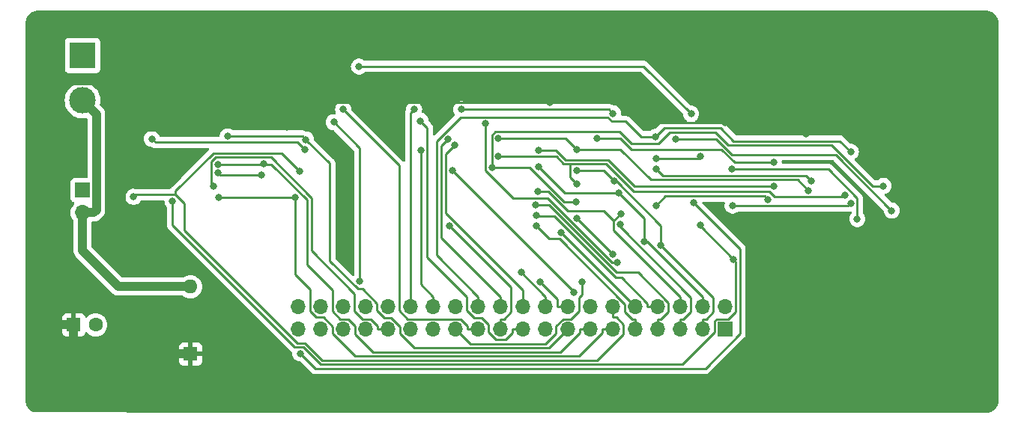
<source format=gbr>
%TF.GenerationSoftware,KiCad,Pcbnew,8.0.2*%
%TF.CreationDate,2024-08-07T07:54:49+02:00*%
%TF.ProjectId,p2000t-ram-expansion-board-128kb-smd,70323030-3074-42d7-9261-6d2d65787061,4*%
%TF.SameCoordinates,Original*%
%TF.FileFunction,Copper,L2,Bot*%
%TF.FilePolarity,Positive*%
%FSLAX46Y46*%
G04 Gerber Fmt 4.6, Leading zero omitted, Abs format (unit mm)*
G04 Created by KiCad (PCBNEW 8.0.2) date 2024-08-07 07:54:49*
%MOMM*%
%LPD*%
G01*
G04 APERTURE LIST*
%TA.AperFunction,ComponentPad*%
%ADD10R,1.600000X1.600000*%
%TD*%
%TA.AperFunction,ComponentPad*%
%ADD11O,1.600000X1.600000*%
%TD*%
%TA.AperFunction,ComponentPad*%
%ADD12R,1.700000X1.700000*%
%TD*%
%TA.AperFunction,ComponentPad*%
%ADD13O,1.700000X1.700000*%
%TD*%
%TA.AperFunction,ComponentPad*%
%ADD14C,1.600000*%
%TD*%
%TA.AperFunction,ComponentPad*%
%ADD15R,3.000000X3.000000*%
%TD*%
%TA.AperFunction,ComponentPad*%
%ADD16C,3.000000*%
%TD*%
%TA.AperFunction,ViaPad*%
%ADD17C,0.800000*%
%TD*%
%TA.AperFunction,Conductor*%
%ADD18C,0.250000*%
%TD*%
%TA.AperFunction,Conductor*%
%ADD19C,1.000000*%
%TD*%
G04 APERTURE END LIST*
D10*
%TO.P,D1,1,K*%
%TO.N,+5V*%
X38608000Y-83312000D03*
D11*
%TO.P,D1,2,A*%
%TO.N,VCC*%
X38608000Y-75692000D03*
%TD*%
D12*
%TO.P,J2,1,Pin_1*%
%TO.N,GND*%
X26416000Y-64770000D03*
D13*
%TO.P,J2,2,Pin_2*%
%TO.N,VCC*%
X26416000Y-67310000D03*
%TD*%
D10*
%TO.P,C3,1*%
%TO.N,+5V*%
X25400000Y-80010000D03*
D14*
%TO.P,C3,2*%
%TO.N,GND*%
X27900000Y-80010000D03*
%TD*%
D15*
%TO.P,J3,1,Pin_1*%
%TO.N,GND*%
X26416000Y-49530000D03*
D16*
%TO.P,J3,2,Pin_2*%
%TO.N,VCC*%
X26416000Y-54610000D03*
%TD*%
D12*
%TO.P,J1,1,Pin_1*%
%TO.N,GND*%
X99055000Y-80518000D03*
D13*
%TO.P,J1,2,Pin_2*%
%TO.N,unconnected-(J1-Pin_2-Pad2)*%
X99055000Y-77978000D03*
%TO.P,J1,3,Pin_3*%
%TO.N,D0*%
X96515000Y-80518000D03*
%TO.P,J1,4,Pin_4*%
%TO.N,D1*%
X96515000Y-77978000D03*
%TO.P,J1,5,Pin_5*%
%TO.N,D2*%
X93975000Y-80518000D03*
%TO.P,J1,6,Pin_6*%
%TO.N,D3*%
X93975000Y-77978000D03*
%TO.P,J1,7,Pin_7*%
%TO.N,D4*%
X91435000Y-80518000D03*
%TO.P,J1,8,Pin_8*%
%TO.N,D5*%
X91435000Y-77978000D03*
%TO.P,J1,9,Pin_9*%
%TO.N,D6*%
X88895000Y-80518000D03*
%TO.P,J1,10,Pin_10*%
%TO.N,D7*%
X88895000Y-77978000D03*
%TO.P,J1,11,Pin_11*%
%TO.N,A0*%
X86355000Y-80518000D03*
%TO.P,J1,12,Pin_12*%
%TO.N,A1*%
X86355000Y-77978000D03*
%TO.P,J1,13,Pin_13*%
%TO.N,A2*%
X83815000Y-80518000D03*
%TO.P,J1,14,Pin_14*%
%TO.N,A3*%
X83815000Y-77978000D03*
%TO.P,J1,15,Pin_15*%
%TO.N,A4*%
X81275000Y-80518000D03*
%TO.P,J1,16,Pin_16*%
%TO.N,A5*%
X81275000Y-77978000D03*
%TO.P,J1,17,Pin_17*%
%TO.N,A6*%
X78735000Y-80518000D03*
%TO.P,J1,18,Pin_18*%
%TO.N,A7*%
X78735000Y-77978000D03*
%TO.P,J1,19,Pin_19*%
%TO.N,A8*%
X76195000Y-80518000D03*
%TO.P,J1,20,Pin_20*%
%TO.N,A9*%
X76195000Y-77978000D03*
%TO.P,J1,21,Pin_21*%
%TO.N,A10*%
X73655000Y-80518000D03*
%TO.P,J1,22,Pin_22*%
%TO.N,A11*%
X73655000Y-77978000D03*
%TO.P,J1,23,Pin_23*%
%TO.N,A12*%
X71115000Y-80518000D03*
%TO.P,J1,24,Pin_24*%
%TO.N,A13*%
X71115000Y-77978000D03*
%TO.P,J1,25,Pin_25*%
%TO.N,A14*%
X68575000Y-80518000D03*
%TO.P,J1,26,Pin_26*%
%TO.N,RAMS2*%
X68575000Y-77978000D03*
%TO.P,J1,27,Pin_27*%
%TO.N,~{MRQ}*%
X66035000Y-80518000D03*
%TO.P,J1,28,Pin_28*%
%TO.N,~{RD}*%
X66035000Y-77978000D03*
%TO.P,J1,29,Pin_29*%
%TO.N,unconnected-(J1-Pin_29-Pad29)*%
X63495000Y-80518000D03*
%TO.P,J1,30,Pin_30*%
%TO.N,~{WR}*%
X63495000Y-77978000D03*
%TO.P,J1,31,Pin_31*%
%TO.N,~{IORQ}*%
X60955000Y-80518000D03*
%TO.P,J1,32,Pin_32*%
%TO.N,unconnected-(J1-Pin_32-Pad32)*%
X60955000Y-77978000D03*
%TO.P,J1,33,Pin_33*%
%TO.N,unconnected-(J1-Pin_33-Pad33)*%
X58415000Y-80518000D03*
%TO.P,J1,34,Pin_34*%
%TO.N,~{RES}*%
X58415000Y-77978000D03*
%TO.P,J1,35,Pin_35*%
%TO.N,unconnected-(J1-Pin_35-Pad35)*%
X55875000Y-80518000D03*
%TO.P,J1,36,Pin_36*%
%TO.N,unconnected-(J1-Pin_36-Pad36)*%
X55875000Y-77978000D03*
%TO.P,J1,37,Pin_37*%
%TO.N,unconnected-(J1-Pin_37-Pad37)*%
X53335000Y-80518000D03*
%TO.P,J1,38,Pin_38*%
%TO.N,unconnected-(J1-Pin_38-Pad38)*%
X53335000Y-77978000D03*
%TO.P,J1,39,Pin_39*%
%TO.N,unconnected-(J1-Pin_39-Pad39)*%
X50795000Y-80518000D03*
%TO.P,J1,40,Pin_40*%
%TO.N,unconnected-(J1-Pin_40-Pad40)*%
X50795000Y-77978000D03*
%TD*%
D17*
%TO.N,D0*%
X86495100Y-63730400D03*
X82306400Y-62523500D03*
X91799400Y-71006600D03*
%TO.N,D1*%
X77944900Y-62139800D03*
X89904500Y-70557200D03*
X87050100Y-65080300D03*
%TO.N,D2*%
X87173900Y-68601200D03*
%TO.N,D3*%
X77884600Y-64937700D03*
X87244500Y-67414300D03*
%TO.N,D4*%
X77630100Y-66461900D03*
%TO.N,D5*%
X77674000Y-67619000D03*
%TO.N,D6*%
X77663400Y-68796400D03*
%TO.N,D7*%
X80497400Y-69522200D03*
%TO.N,A0*%
X41804100Y-65565200D03*
X50470200Y-65565300D03*
%TO.N,A1*%
X50956300Y-62591700D03*
X32183200Y-65512000D03*
%TO.N,A2*%
X46853900Y-61775000D03*
X41710200Y-61817000D03*
%TO.N,A3*%
X51569900Y-60191700D03*
X34244500Y-58940300D03*
%TO.N,A4*%
X42817900Y-58632400D03*
X51653300Y-59022300D03*
%TO.N,A5*%
X78096700Y-75113200D03*
%TO.N,A6*%
X54802200Y-57064400D03*
X57746100Y-75067000D03*
%TO.N,A7*%
X46665600Y-63045000D03*
X76012200Y-74080100D03*
X41734300Y-62817200D03*
%TO.N,A8*%
X64610400Y-56914400D03*
%TO.N,A9*%
X68478500Y-59674000D03*
%TO.N,A10*%
X67880500Y-68815900D03*
%TO.N,A11*%
X67722300Y-59008700D03*
%TO.N,A12*%
X55876200Y-55628700D03*
%TO.N,A13*%
X113247200Y-60410600D03*
X91202000Y-58710300D03*
%TO.N,A14*%
X82883800Y-75112200D03*
%TO.N,~{RD}*%
X64634700Y-60237600D03*
%TO.N,~{WR}*%
X63882900Y-55622900D03*
%TO.N,~{IORQ}*%
X41185400Y-64281700D03*
%TO.N,~{RES}*%
X51030800Y-83250200D03*
X95496000Y-66206800D03*
%TO.N,S1*%
X77989200Y-60224100D03*
X104508900Y-64310000D03*
%TO.N,S2*%
X73392500Y-60960000D03*
X112586800Y-65340500D03*
X82297100Y-64092900D03*
%TO.N,+5V*%
X108204000Y-58420000D03*
X63246000Y-47244000D03*
X99060000Y-57150000D03*
X49530000Y-57658000D03*
X90170000Y-57150000D03*
X79248000Y-54864000D03*
X39878000Y-57658000D03*
X124460000Y-58420000D03*
X116586000Y-57150000D03*
%TO.N,RES*%
X91247000Y-61140000D03*
X96210600Y-60921800D03*
%TO.N,~{CS1}*%
X68198000Y-62533800D03*
X81938300Y-76313900D03*
%TO.N,S3*%
X82192400Y-66095100D03*
X72667300Y-62188400D03*
X116937800Y-64287900D03*
%TO.N,S0*%
X73397700Y-58887700D03*
X82275900Y-60144100D03*
X108470300Y-64790800D03*
%TO.N,EO*%
X117869300Y-67075500D03*
X93485200Y-58956400D03*
%TO.N,R0*%
X69215200Y-55604400D03*
X86375400Y-56071500D03*
%TO.N,R2*%
X86881600Y-72939300D03*
X71915300Y-57217800D03*
%TO.N,R3*%
X95198300Y-56115200D03*
X57660000Y-50760000D03*
%TO.N,Net-(U4-S3)*%
X113249800Y-66242100D03*
X99878300Y-66496600D03*
%TO.N,Net-(U4-S1)*%
X91256400Y-62355100D03*
X108747600Y-63680000D03*
%TO.N,Net-(U4-S2)*%
X103851100Y-65795300D03*
X91226000Y-66477400D03*
%TO.N,Net-(U4-S4)*%
X113981700Y-68023800D03*
X99825100Y-62380300D03*
%TO.N,~{P=R}*%
X36584600Y-66008100D03*
X96204100Y-68684800D03*
X99984300Y-72601500D03*
%TO.N,Net-(U7-Cp)*%
X86355500Y-72014900D03*
X82312600Y-67969700D03*
%TO.N,Net-(U8-CE)*%
X104530000Y-61638300D03*
X84572100Y-58922400D03*
%TD*%
D18*
%TO.N,D0*%
X85288200Y-62523500D02*
X82306400Y-62523500D01*
X96515000Y-79342900D02*
X96882200Y-79342900D01*
X97710000Y-76917200D02*
X91799400Y-71006600D01*
X91799400Y-71006600D02*
X91799400Y-68788600D01*
X86495100Y-63730400D02*
X85288200Y-62523500D01*
X91799400Y-68788600D02*
X86741200Y-63730400D01*
X86741200Y-63730400D02*
X86495100Y-63730400D01*
X96515000Y-80518000D02*
X96515000Y-79342900D01*
X96882200Y-79342900D02*
X97710000Y-78515100D01*
X97710000Y-78515100D02*
X97710000Y-76917200D01*
%TO.N,D1*%
X89904500Y-67934700D02*
X87050100Y-65080300D01*
X90269300Y-70557200D02*
X89904500Y-70557200D01*
X96515000Y-77978000D02*
X96515000Y-76802900D01*
X87050100Y-65080300D02*
X80885400Y-65080300D01*
X89904500Y-70557200D02*
X89904500Y-67934700D01*
X96515000Y-76802900D02*
X90269300Y-70557200D01*
X80885400Y-65080300D02*
X77944900Y-62139800D01*
%TO.N,D2*%
X93975000Y-79342900D02*
X94340200Y-79342900D01*
X95165600Y-78517500D02*
X95165600Y-76900100D01*
X95165600Y-76900100D02*
X87173900Y-68908400D01*
X93975000Y-80518000D02*
X93975000Y-79342900D01*
X94340200Y-79342900D02*
X95165600Y-78517500D01*
X87173900Y-68908400D02*
X87173900Y-68601200D01*
%TO.N,D3*%
X86448800Y-68210000D02*
X86448800Y-69276700D01*
X79080600Y-64937700D02*
X81252900Y-67110000D01*
X93975000Y-77978000D02*
X93975000Y-76802900D01*
X86448800Y-69276700D02*
X93975000Y-76802900D01*
X81252900Y-67110000D02*
X85348800Y-67110000D01*
X77884600Y-64937700D02*
X79080600Y-64937700D01*
X87244500Y-67414300D02*
X86448800Y-68210000D01*
X85348800Y-67110000D02*
X86448800Y-68210000D01*
%TO.N,D4*%
X91435000Y-79342900D02*
X91800200Y-79342900D01*
X91435000Y-80518000D02*
X91435000Y-79342900D01*
X79119700Y-66462000D02*
X77630100Y-66462000D01*
X89205300Y-74064400D02*
X86722100Y-74064400D01*
X86722100Y-74064400D02*
X79119700Y-66462000D01*
X77630100Y-66462000D02*
X77630100Y-66461900D01*
X92640800Y-78502300D02*
X92640800Y-77499900D01*
X91800200Y-79342900D02*
X92640800Y-78502300D01*
X92640800Y-77499900D02*
X89205300Y-74064400D01*
%TO.N,D5*%
X79703700Y-67682600D02*
X77737500Y-67682600D01*
X90259900Y-77602200D02*
X87331500Y-74673800D01*
X90259900Y-77978000D02*
X90259900Y-77602200D01*
X87331500Y-74673800D02*
X86694900Y-74673800D01*
X86694900Y-74673800D02*
X79703700Y-67682600D01*
X77737500Y-67682600D02*
X77737500Y-67682500D01*
X77737500Y-67682500D02*
X77674000Y-67619000D01*
X91435000Y-77978000D02*
X90259900Y-77978000D01*
%TO.N,D6*%
X80311500Y-70247400D02*
X79114400Y-70247400D01*
X88527700Y-79342900D02*
X87719900Y-78535100D01*
X88895000Y-80518000D02*
X88895000Y-79342900D01*
X88895000Y-79342900D02*
X88527700Y-79342900D01*
X87719900Y-77655800D02*
X80311500Y-70247400D01*
X79114400Y-70247400D02*
X77663400Y-68796400D01*
X87719900Y-78535100D02*
X87719900Y-77655800D01*
%TO.N,D7*%
X80497400Y-69522200D02*
X88895000Y-77919800D01*
X88895000Y-77919800D02*
X88895000Y-77978000D01*
%TO.N,A0*%
X85179900Y-80885200D02*
X82531000Y-83534100D01*
X52159800Y-76006200D02*
X50470200Y-74316600D01*
X54699800Y-81020300D02*
X54699800Y-80218700D01*
X50470200Y-65565300D02*
X41804100Y-65565300D01*
X85179900Y-80518000D02*
X85179900Y-80885200D01*
X57213600Y-83534100D02*
X54699800Y-81020300D01*
X82531000Y-83534100D02*
X57213600Y-83534100D01*
X52159800Y-78467700D02*
X52159800Y-76006200D01*
X54699800Y-80218700D02*
X53634300Y-79153200D01*
X41804100Y-65565300D02*
X41804100Y-65565200D01*
X52845300Y-79153200D02*
X52159800Y-78467700D01*
X86355000Y-80518000D02*
X85179900Y-80518000D01*
X53634300Y-79153200D02*
X52845300Y-79153200D01*
X50470200Y-74316600D02*
X50470200Y-65565300D01*
%TO.N,A1*%
X51518100Y-82075000D02*
X53486800Y-84043700D01*
X37922000Y-66245800D02*
X37922000Y-69335000D01*
X32438200Y-65257000D02*
X36933200Y-65257000D01*
X32183200Y-65512000D02*
X32438200Y-65257000D01*
X37922000Y-69335000D02*
X50662000Y-82075000D01*
X87534400Y-79965300D02*
X86722200Y-79153100D01*
X87534400Y-81058800D02*
X87534400Y-79965300D01*
X53486800Y-84043700D02*
X84549500Y-84043700D01*
X41213800Y-60579100D02*
X48943700Y-60579100D01*
X84549500Y-84043700D02*
X87534400Y-81058800D01*
X36933200Y-65257000D02*
X36933200Y-64859700D01*
X86355000Y-77978000D02*
X86355000Y-79153100D01*
X36933200Y-65257000D02*
X37922000Y-66245800D01*
X36933200Y-64859700D02*
X41213800Y-60579100D01*
X50662000Y-82075000D02*
X51518100Y-82075000D01*
X86722200Y-79153100D02*
X86355000Y-79153100D01*
X48943700Y-60579100D02*
X50956300Y-62591700D01*
%TO.N,A2*%
X51808500Y-73189400D02*
X54687300Y-76068200D01*
X54687300Y-76068200D02*
X54687300Y-78478300D01*
X57239800Y-80158700D02*
X57239800Y-81040700D01*
X55551800Y-79342800D02*
X56423900Y-79342800D01*
X41710200Y-61817000D02*
X41711600Y-61815600D01*
X57239800Y-81040700D02*
X59283000Y-83083900D01*
X82639900Y-80885200D02*
X82639900Y-80518000D01*
X83815000Y-80518000D02*
X82639900Y-80518000D01*
X46853900Y-61815600D02*
X47766500Y-61815600D01*
X41711600Y-61815600D02*
X46853900Y-61815600D01*
X46853900Y-61815600D02*
X46853900Y-61775000D01*
X47766500Y-61815600D02*
X51808500Y-65857600D01*
X80441200Y-83083900D02*
X82639900Y-80885200D01*
X54687300Y-78478300D02*
X55551800Y-79342800D01*
X51808500Y-65857600D02*
X51808500Y-73189400D01*
X56423900Y-79342800D02*
X57239800Y-80158700D01*
X59283000Y-83083900D02*
X80441200Y-83083900D01*
%TO.N,A3*%
X50735700Y-59357500D02*
X51569900Y-60191700D01*
X34661700Y-59357500D02*
X50735700Y-59357500D01*
X34244500Y-58940300D02*
X34661700Y-59357500D01*
%TO.N,A4*%
X54358200Y-72786600D02*
X54358200Y-61727200D01*
X51263400Y-58632400D02*
X51653300Y-59022300D01*
X79163700Y-82629300D02*
X63922600Y-82629300D01*
X54358200Y-61727200D02*
X51653300Y-59022300D01*
X63922600Y-82629300D02*
X62319900Y-81026600D01*
X61315700Y-79214600D02*
X60507500Y-79214600D01*
X62319900Y-80218800D02*
X61315700Y-79214600D01*
X59685000Y-77575000D02*
X58054000Y-75944000D01*
X57515600Y-75944000D02*
X54358200Y-72786600D01*
X42817900Y-58632400D02*
X51263400Y-58632400D01*
X58054000Y-75944000D02*
X57515600Y-75944000D01*
X81275000Y-80518000D02*
X79163700Y-82629300D01*
X59685000Y-78392100D02*
X59685000Y-77575000D01*
X62319900Y-81026600D02*
X62319900Y-80218800D01*
X60507500Y-79214600D02*
X59685000Y-78392100D01*
%TO.N,A5*%
X80099900Y-77978000D02*
X80099900Y-77116400D01*
X81275000Y-77978000D02*
X80099900Y-77978000D01*
X80099900Y-77116400D02*
X78096700Y-75113200D01*
%TO.N,A6*%
X57746100Y-75067000D02*
X57746100Y-60008300D01*
X57746100Y-60008300D02*
X54802200Y-57064400D01*
%TO.N,A7*%
X78735000Y-76802900D02*
X76012200Y-74080100D01*
X78735000Y-77978000D02*
X78735000Y-76802900D01*
X41962100Y-63045000D02*
X41734300Y-62817200D01*
X46665600Y-63045000D02*
X41962100Y-63045000D01*
%TO.N,A8*%
X69845000Y-78392100D02*
X69845000Y-76802800D01*
X65384600Y-72342400D02*
X65384600Y-57688500D01*
X75019900Y-80518000D02*
X75019900Y-80885200D01*
X71512500Y-79214600D02*
X70667500Y-79214600D01*
X70667500Y-79214600D02*
X69845000Y-78392100D01*
X65384500Y-57688500D02*
X64610400Y-56914400D01*
X72290200Y-79992300D02*
X71512500Y-79214600D01*
X69845000Y-76802800D02*
X65384600Y-72342400D01*
X74207500Y-81697600D02*
X73167000Y-81697600D01*
X75019900Y-80885200D02*
X74207500Y-81697600D01*
X73167000Y-81697600D02*
X72290200Y-80820800D01*
X72290200Y-80820800D02*
X72290200Y-79992300D01*
X65384600Y-57688500D02*
X65384500Y-57688500D01*
X76195000Y-80518000D02*
X75019900Y-80518000D01*
%TO.N,A9*%
X76195000Y-76802900D02*
X76195000Y-76105000D01*
X67467300Y-67377300D02*
X67467300Y-60685200D01*
X76195000Y-77978000D02*
X76195000Y-76802900D01*
X76195000Y-76105000D02*
X67467300Y-67377300D01*
X67467300Y-60685200D02*
X68478500Y-59674000D01*
%TO.N,A10*%
X74840800Y-75776200D02*
X67880500Y-68815900D01*
X74840800Y-78524300D02*
X74840800Y-75776200D01*
X74022200Y-79342900D02*
X74840800Y-78524300D01*
X73655000Y-79342900D02*
X74022200Y-79342900D01*
X73655000Y-80518000D02*
X73655000Y-79342900D01*
%TO.N,A11*%
X66970400Y-59760600D02*
X66970400Y-70118300D01*
X66970400Y-70118300D02*
X73655000Y-76802900D01*
X73655000Y-77978000D02*
X73655000Y-76802900D01*
X67722300Y-59008700D02*
X66970400Y-59760600D01*
%TO.N,A12*%
X63159000Y-79342900D02*
X62225000Y-78408900D01*
X69939900Y-80150700D02*
X69132100Y-79342900D01*
X62225000Y-78408900D02*
X62225000Y-61977500D01*
X69939900Y-80518000D02*
X69939900Y-80150700D01*
X71115000Y-80518000D02*
X69939900Y-80518000D01*
X69132100Y-79342900D02*
X63159000Y-79342900D01*
X62225000Y-61977500D02*
X55876200Y-55628700D01*
%TO.N,A13*%
X71115000Y-77978000D02*
X71115000Y-76802900D01*
X87767200Y-56957700D02*
X89519800Y-58710300D01*
X99976100Y-59198200D02*
X98511900Y-57734000D01*
X71115000Y-76802900D02*
X66443200Y-72131100D01*
X66443200Y-72131100D02*
X66443200Y-59231000D01*
X112034800Y-59198200D02*
X99976100Y-59198200D01*
X92178300Y-57734000D02*
X91202000Y-58710300D01*
X69184800Y-56489400D02*
X85767900Y-56489400D01*
X113247200Y-60410600D02*
X112034800Y-59198200D01*
X98511900Y-57734000D02*
X92178300Y-57734000D01*
X89519800Y-58710300D02*
X91202000Y-58710300D01*
X86236200Y-56957700D02*
X87767200Y-56957700D01*
X66443200Y-59231000D02*
X69184800Y-56489400D01*
X85767900Y-56489400D02*
X86236200Y-56957700D01*
%TO.N,A14*%
X82545000Y-76921300D02*
X82883800Y-76582500D01*
X81627700Y-79342800D02*
X82545000Y-78425500D01*
X78751400Y-82163400D02*
X79910100Y-81004700D01*
X82883800Y-76582500D02*
X82883800Y-75112200D01*
X68575000Y-80518000D02*
X70220400Y-82163400D01*
X79910100Y-81004700D02*
X79910100Y-80158800D01*
X79910100Y-80158800D02*
X80726100Y-79342800D01*
X80726100Y-79342800D02*
X81627700Y-79342800D01*
X70220400Y-82163400D02*
X78751400Y-82163400D01*
X82545000Y-78425500D02*
X82545000Y-76921300D01*
%TO.N,~{RD}*%
X66035000Y-77978000D02*
X66035000Y-76802900D01*
X66035000Y-76802900D02*
X64634700Y-75402600D01*
X64634700Y-75402600D02*
X64634700Y-60237600D01*
%TO.N,~{WR}*%
X63495000Y-77978000D02*
X63495000Y-76802900D01*
X63882900Y-55622900D02*
X63495000Y-56010800D01*
X63495000Y-56010800D02*
X63495000Y-76802900D01*
%TO.N,~{IORQ}*%
X52285900Y-71625400D02*
X57145100Y-76484600D01*
X58052400Y-79342900D02*
X58972100Y-79342900D01*
X60955000Y-80518000D02*
X59779900Y-80518000D01*
X40931100Y-64027400D02*
X40931100Y-61560000D01*
X52285900Y-65627300D02*
X52285900Y-71625400D01*
X41185400Y-64281700D02*
X40931100Y-64027400D01*
X58972100Y-79342900D02*
X59779900Y-80150700D01*
X59779900Y-80150700D02*
X59779900Y-80518000D01*
X41456100Y-61035000D02*
X47693600Y-61035000D01*
X57145100Y-76484600D02*
X57145100Y-78435600D01*
X57145100Y-78435600D02*
X58052400Y-79342900D01*
X47693600Y-61035000D02*
X52285900Y-65627300D01*
X40931100Y-61560000D02*
X41456100Y-61035000D01*
%TO.N,~{RES}*%
X100724800Y-81027400D02*
X100724800Y-71435600D01*
X51030800Y-83250200D02*
X52724500Y-84943900D01*
X52724500Y-84943900D02*
X96808300Y-84943900D01*
X100724800Y-71435600D02*
X95496000Y-66206800D01*
X96808300Y-84943900D02*
X100724800Y-81027400D01*
%TO.N,S1*%
X88808000Y-64310000D02*
X104508900Y-64310000D01*
X77989200Y-60224100D02*
X79872500Y-60224100D01*
X85822700Y-61324700D02*
X88808000Y-64310000D01*
X80973100Y-61324700D02*
X85822700Y-61324700D01*
X79872500Y-60224100D02*
X80973100Y-61324700D01*
%TO.N,S2*%
X81541800Y-61774800D02*
X85581800Y-61774800D01*
X88697400Y-64890400D02*
X103996900Y-64890400D01*
X112400200Y-65527100D02*
X112586800Y-65340500D01*
X85581800Y-61774800D02*
X88697400Y-64890400D01*
X73392500Y-60960000D02*
X79971800Y-60960000D01*
X79971800Y-60960000D02*
X80786600Y-61774800D01*
X81541800Y-61774800D02*
X81541800Y-63337600D01*
X80786600Y-61774800D02*
X81541800Y-61774800D01*
X104633600Y-65527100D02*
X112400200Y-65527100D01*
X103996900Y-64890400D02*
X104633600Y-65527100D01*
X81541800Y-63337600D02*
X82297100Y-64092900D01*
%TO.N,+5V*%
X106934000Y-57150000D02*
X108204000Y-58420000D01*
X108204000Y-58420000D02*
X109728000Y-58420000D01*
D19*
X22352000Y-46736000D02*
X22352000Y-52578000D01*
X25400000Y-80010000D02*
X22098000Y-80010000D01*
X28026000Y-52410000D02*
X33274000Y-57658000D01*
D18*
X90170000Y-55880000D02*
X90170000Y-57150000D01*
X109728000Y-58420000D02*
X110998000Y-57150000D01*
X49530000Y-57658000D02*
X52324000Y-54864000D01*
D19*
X33274000Y-57658000D02*
X39878000Y-57658000D01*
X22352000Y-79756000D02*
X22098000Y-80010000D01*
X22352000Y-52578000D02*
X22352000Y-79756000D01*
X21082000Y-81026000D02*
X21082000Y-87630000D01*
X128524000Y-46990000D02*
X127762000Y-46228000D01*
X126492000Y-46228000D02*
X125222000Y-44958000D01*
D18*
X89154000Y-54864000D02*
X90170000Y-55880000D01*
X124460000Y-58420000D02*
X128524000Y-58420000D01*
D19*
X24130000Y-44958000D02*
X22352000Y-46736000D01*
D18*
X90170000Y-57150000D02*
X99060000Y-57150000D01*
D19*
X22098000Y-80010000D02*
X21717000Y-80391000D01*
X64008000Y-44958000D02*
X24130000Y-44958000D01*
X128524000Y-58420000D02*
X128524000Y-46990000D01*
D18*
X117602000Y-57150000D02*
X118872000Y-58420000D01*
D19*
X125222000Y-44958000D02*
X64008000Y-44958000D01*
X127508000Y-88392000D02*
X128524000Y-87376000D01*
X64008000Y-44958000D02*
X63246000Y-45720000D01*
X127762000Y-46228000D02*
X126492000Y-46228000D01*
X21844000Y-88392000D02*
X127508000Y-88392000D01*
X22520000Y-52410000D02*
X28026000Y-52410000D01*
X22352000Y-52578000D02*
X22520000Y-52410000D01*
X38608000Y-83312000D02*
X26162000Y-83312000D01*
X63246000Y-45720000D02*
X63246000Y-47244000D01*
X25400000Y-82550000D02*
X25400000Y-80010000D01*
X22098000Y-80010000D02*
X21717000Y-80391000D01*
D18*
X118872000Y-58420000D02*
X124460000Y-58420000D01*
D19*
X21082000Y-87630000D02*
X21844000Y-88392000D01*
D18*
X52324000Y-54864000D02*
X79248000Y-54864000D01*
X99060000Y-57150000D02*
X106934000Y-57150000D01*
X49530000Y-57658000D02*
X39878000Y-57658000D01*
D19*
X128524000Y-87376000D02*
X128524000Y-58420000D01*
D18*
X79248000Y-54864000D02*
X89154000Y-54864000D01*
X110998000Y-57150000D02*
X116586000Y-57150000D01*
D19*
X26162000Y-83312000D02*
X25400000Y-82550000D01*
X21717000Y-80391000D02*
X21082000Y-81026000D01*
D18*
X116586000Y-57150000D02*
X117602000Y-57150000D01*
%TO.N,RES*%
X95992400Y-61140000D02*
X96210600Y-60921800D01*
X91247000Y-61140000D02*
X95992400Y-61140000D01*
%TO.N,~{CS1}*%
X81938300Y-76274100D02*
X68198000Y-62533800D01*
X81938300Y-76313900D02*
X81938300Y-76274100D01*
%TO.N,S3*%
X91493600Y-59488900D02*
X92798300Y-58184200D01*
X88430900Y-59488900D02*
X91493600Y-59488900D01*
X111079000Y-59648400D02*
X115718500Y-64287900D01*
X76968000Y-62188400D02*
X80874700Y-66095100D01*
X73030300Y-58152600D02*
X87094600Y-58152600D01*
X72667300Y-62188400D02*
X76968000Y-62188400D01*
X92798300Y-58184200D02*
X97930500Y-58184200D01*
X72667300Y-58515600D02*
X73030300Y-58152600D01*
X99394700Y-59648400D02*
X111079000Y-59648400D01*
X72667300Y-62188400D02*
X72667300Y-58515600D01*
X87094600Y-58152600D02*
X88430900Y-59488900D01*
X115718500Y-64287900D02*
X116937800Y-64287900D01*
X80874700Y-66095100D02*
X82192400Y-66095100D01*
X97930500Y-58184200D02*
X99394700Y-59648400D01*
%TO.N,S0*%
X90617400Y-63584800D02*
X107264300Y-63584800D01*
X87176700Y-60144100D02*
X90617400Y-63584800D01*
X107264300Y-63584800D02*
X108470300Y-64790800D01*
X73397700Y-58887700D02*
X81019500Y-58887700D01*
X82275900Y-60144100D02*
X87176700Y-60144100D01*
X81019500Y-58887700D02*
X82275900Y-60144100D01*
D19*
%TO.N,VCC*%
X26416000Y-54610000D02*
X27966000Y-56160000D01*
X30480000Y-75692000D02*
X38608000Y-75692000D01*
X26416000Y-67310000D02*
X26416000Y-71628000D01*
X27686000Y-67310000D02*
X26416000Y-67310000D01*
X27966000Y-67030000D02*
X27686000Y-67310000D01*
X27966000Y-56160000D02*
X27966000Y-67030000D01*
X26416000Y-71628000D02*
X30480000Y-75692000D01*
D18*
%TO.N,EO*%
X98065900Y-58956400D02*
X99844500Y-60735000D01*
X93485200Y-58956400D02*
X98065900Y-58956400D01*
X99844500Y-60735000D02*
X111528800Y-60735000D01*
X111528800Y-60735000D02*
X117869300Y-67075500D01*
%TO.N,R0*%
X85908300Y-55604400D02*
X69215200Y-55604400D01*
X86375400Y-56071500D02*
X85908300Y-55604400D01*
%TO.N,R2*%
X71915300Y-62557900D02*
X75040500Y-65683100D01*
X78977500Y-65683100D02*
X86233700Y-72939300D01*
X71915300Y-57217800D02*
X71915300Y-62557900D01*
X75040500Y-65683100D02*
X78977500Y-65683100D01*
X86233700Y-72939300D02*
X86881600Y-72939300D01*
%TO.N,R3*%
X95198300Y-56115200D02*
X89843100Y-50760000D01*
X89843100Y-50760000D02*
X57660000Y-50760000D01*
%TO.N,Net-(U4-S3)*%
X99923900Y-66542200D02*
X112949700Y-66542200D01*
X99878300Y-66496600D02*
X99923900Y-66542200D01*
X112949700Y-66542200D02*
X113249800Y-66242100D01*
%TO.N,Net-(U4-S1)*%
X108202200Y-63134600D02*
X108747600Y-63680000D01*
X92035900Y-63134600D02*
X108202200Y-63134600D01*
X91256400Y-62355100D02*
X92035900Y-63134600D01*
%TO.N,Net-(U4-S2)*%
X92249200Y-65454200D02*
X103510000Y-65454200D01*
X103510000Y-65454200D02*
X103851100Y-65795300D01*
X91226000Y-66477400D02*
X92249200Y-65454200D01*
%TO.N,Net-(U4-S4)*%
X113981700Y-65669700D02*
X113981700Y-68023800D01*
X110692300Y-62380300D02*
X113981700Y-65669700D01*
X99825100Y-62380300D02*
X110692300Y-62380300D01*
%TO.N,~{P=R}*%
X53300300Y-84493800D02*
X94234500Y-84493800D01*
X36584600Y-66008100D02*
X36584600Y-68713500D01*
X98070500Y-79342800D02*
X99408400Y-79342800D01*
X36584600Y-68713500D02*
X50396200Y-82525100D01*
X99984300Y-72601500D02*
X96204100Y-68821300D01*
X51331600Y-82525100D02*
X53300300Y-84493800D01*
X97879900Y-79533400D02*
X98070500Y-79342800D01*
X100242400Y-78508800D02*
X100242400Y-72859600D01*
X50396200Y-82525100D02*
X51331600Y-82525100D01*
X99408400Y-79342800D02*
X100242400Y-78508800D01*
X100242400Y-72859600D02*
X99984300Y-72601500D01*
X97879900Y-80848400D02*
X97879900Y-79533400D01*
X96204100Y-68821300D02*
X96204100Y-68684800D01*
X94234500Y-84493800D02*
X97879900Y-80848400D01*
%TO.N,Net-(U7-Cp)*%
X82312600Y-67969700D02*
X86355500Y-72012600D01*
X86355500Y-72012600D02*
X86355500Y-72014900D01*
%TO.N,Net-(U8-CE)*%
X100108700Y-61638300D02*
X104530000Y-61638300D01*
X87227600Y-58922400D02*
X88446900Y-60141700D01*
X84572100Y-58922400D02*
X87227600Y-58922400D01*
X88446900Y-60141700D02*
X98612100Y-60141700D01*
X98612100Y-60141700D02*
X100108700Y-61638300D01*
%TD*%
%TA.AperFunction,Conductor*%
%TO.N,+5V*%
G36*
X128576130Y-44450029D02*
G01*
X128581225Y-44450140D01*
X128685092Y-44452403D01*
X128703915Y-44454257D01*
X128919799Y-44492323D01*
X128940654Y-44497911D01*
X129145382Y-44572426D01*
X129164963Y-44581557D01*
X129353631Y-44690484D01*
X129371325Y-44702874D01*
X129454770Y-44772892D01*
X129538209Y-44842907D01*
X129553492Y-44858190D01*
X129638195Y-44959135D01*
X129693524Y-45025072D01*
X129705919Y-45042774D01*
X129814841Y-45231434D01*
X129823975Y-45251022D01*
X129898485Y-45455737D01*
X129904078Y-45476610D01*
X129942141Y-45692480D01*
X129943996Y-45711310D01*
X129946371Y-45820269D01*
X129946400Y-45822971D01*
X129946400Y-88593828D01*
X129946371Y-88596530D01*
X129943996Y-88705489D01*
X129942141Y-88724319D01*
X129904078Y-88940189D01*
X129898484Y-88961068D01*
X129823976Y-89165776D01*
X129814841Y-89185365D01*
X129705919Y-89374025D01*
X129693521Y-89391731D01*
X129553492Y-89558609D01*
X129538209Y-89573892D01*
X129371331Y-89713921D01*
X129353625Y-89726319D01*
X129164965Y-89835241D01*
X129145376Y-89844376D01*
X129043022Y-89881630D01*
X128940664Y-89918884D01*
X128919789Y-89924478D01*
X128703919Y-89962541D01*
X128685089Y-89964396D01*
X128576131Y-89966771D01*
X128573429Y-89966800D01*
X41859200Y-89966800D01*
X20991251Y-89918717D01*
X20949129Y-89911239D01*
X20765422Y-89844375D01*
X20745834Y-89835241D01*
X20675161Y-89794438D01*
X20557170Y-89726316D01*
X20539472Y-89713924D01*
X20473535Y-89658595D01*
X20372590Y-89573892D01*
X20357307Y-89558609D01*
X20287292Y-89475170D01*
X20217274Y-89391725D01*
X20204884Y-89374031D01*
X20095957Y-89185363D01*
X20086826Y-89165782D01*
X20012311Y-88961054D01*
X20006723Y-88940199D01*
X19968657Y-88724315D01*
X19966803Y-88705488D01*
X19964429Y-88596529D01*
X19964400Y-88593828D01*
X19964400Y-82464155D01*
X37308000Y-82464155D01*
X37308000Y-83062000D01*
X38292314Y-83062000D01*
X38287920Y-83066394D01*
X38235259Y-83157606D01*
X38208000Y-83259339D01*
X38208000Y-83364661D01*
X38235259Y-83466394D01*
X38287920Y-83557606D01*
X38292314Y-83562000D01*
X37308000Y-83562000D01*
X37308000Y-84159844D01*
X37314401Y-84219372D01*
X37314403Y-84219379D01*
X37364645Y-84354086D01*
X37364649Y-84354093D01*
X37450809Y-84469187D01*
X37450812Y-84469190D01*
X37565906Y-84555350D01*
X37565913Y-84555354D01*
X37700620Y-84605596D01*
X37700627Y-84605598D01*
X37760155Y-84611999D01*
X37760172Y-84612000D01*
X38358000Y-84612000D01*
X38358000Y-83627686D01*
X38362394Y-83632080D01*
X38453606Y-83684741D01*
X38555339Y-83712000D01*
X38660661Y-83712000D01*
X38762394Y-83684741D01*
X38853606Y-83632080D01*
X38858000Y-83627686D01*
X38858000Y-84612000D01*
X39455828Y-84612000D01*
X39455844Y-84611999D01*
X39515372Y-84605598D01*
X39515379Y-84605596D01*
X39650086Y-84555354D01*
X39650093Y-84555350D01*
X39765187Y-84469190D01*
X39765190Y-84469187D01*
X39851350Y-84354093D01*
X39851354Y-84354086D01*
X39901596Y-84219379D01*
X39901598Y-84219372D01*
X39907999Y-84159844D01*
X39908000Y-84159827D01*
X39908000Y-83562000D01*
X38923686Y-83562000D01*
X38928080Y-83557606D01*
X38980741Y-83466394D01*
X39008000Y-83364661D01*
X39008000Y-83259339D01*
X38980741Y-83157606D01*
X38928080Y-83066394D01*
X38923686Y-83062000D01*
X39908000Y-83062000D01*
X39908000Y-82464172D01*
X39907999Y-82464155D01*
X39901598Y-82404627D01*
X39901596Y-82404620D01*
X39851354Y-82269913D01*
X39851350Y-82269906D01*
X39765190Y-82154812D01*
X39765187Y-82154809D01*
X39650093Y-82068649D01*
X39650086Y-82068645D01*
X39515379Y-82018403D01*
X39515372Y-82018401D01*
X39455844Y-82012000D01*
X38858000Y-82012000D01*
X38858000Y-82996314D01*
X38853606Y-82991920D01*
X38762394Y-82939259D01*
X38660661Y-82912000D01*
X38555339Y-82912000D01*
X38453606Y-82939259D01*
X38362394Y-82991920D01*
X38358000Y-82996314D01*
X38358000Y-82012000D01*
X37760155Y-82012000D01*
X37700627Y-82018401D01*
X37700620Y-82018403D01*
X37565913Y-82068645D01*
X37565906Y-82068649D01*
X37450812Y-82154809D01*
X37450809Y-82154812D01*
X37364649Y-82269906D01*
X37364645Y-82269913D01*
X37314403Y-82404620D01*
X37314401Y-82404627D01*
X37308000Y-82464155D01*
X19964400Y-82464155D01*
X19964400Y-79162155D01*
X24100000Y-79162155D01*
X24100000Y-79760000D01*
X25084314Y-79760000D01*
X25079920Y-79764394D01*
X25027259Y-79855606D01*
X25000000Y-79957339D01*
X25000000Y-80062661D01*
X25027259Y-80164394D01*
X25079920Y-80255606D01*
X25084314Y-80260000D01*
X24100000Y-80260000D01*
X24100000Y-80857844D01*
X24106401Y-80917372D01*
X24106403Y-80917379D01*
X24156645Y-81052086D01*
X24156649Y-81052093D01*
X24242809Y-81167187D01*
X24242812Y-81167190D01*
X24357906Y-81253350D01*
X24357913Y-81253354D01*
X24492620Y-81303596D01*
X24492627Y-81303598D01*
X24552155Y-81309999D01*
X24552172Y-81310000D01*
X25150000Y-81310000D01*
X25150000Y-80325686D01*
X25154394Y-80330080D01*
X25245606Y-80382741D01*
X25347339Y-80410000D01*
X25452661Y-80410000D01*
X25554394Y-80382741D01*
X25645606Y-80330080D01*
X25650000Y-80325686D01*
X25650000Y-81310000D01*
X26247828Y-81310000D01*
X26247844Y-81309999D01*
X26307372Y-81303598D01*
X26307379Y-81303596D01*
X26442086Y-81253354D01*
X26442093Y-81253350D01*
X26557187Y-81167190D01*
X26557190Y-81167187D01*
X26643350Y-81052093D01*
X26643354Y-81052086D01*
X26696309Y-80910108D01*
X26698433Y-80910900D01*
X26727338Y-80860113D01*
X26789241Y-80827712D01*
X26858834Y-80833922D01*
X26901144Y-80861642D01*
X27055700Y-81016198D01*
X27243251Y-81147523D01*
X27333244Y-81189487D01*
X27450750Y-81244281D01*
X27450752Y-81244281D01*
X27450757Y-81244284D01*
X27671913Y-81303543D01*
X27834832Y-81317796D01*
X27899998Y-81323498D01*
X27900000Y-81323498D01*
X27900002Y-81323498D01*
X27957021Y-81318509D01*
X28128087Y-81303543D01*
X28349243Y-81244284D01*
X28556749Y-81147523D01*
X28744300Y-81016198D01*
X28906198Y-80854300D01*
X29037523Y-80666749D01*
X29134284Y-80459243D01*
X29193543Y-80238087D01*
X29213498Y-80010000D01*
X29193543Y-79781913D01*
X29134284Y-79560757D01*
X29132547Y-79557033D01*
X29081558Y-79447686D01*
X29037523Y-79353251D01*
X28906198Y-79165700D01*
X28744300Y-79003802D01*
X28556749Y-78872477D01*
X28556745Y-78872475D01*
X28349249Y-78775718D01*
X28349238Y-78775714D01*
X28128089Y-78716457D01*
X28128081Y-78716456D01*
X27900002Y-78696502D01*
X27899998Y-78696502D01*
X27671918Y-78716456D01*
X27671910Y-78716457D01*
X27450761Y-78775714D01*
X27450750Y-78775718D01*
X27243254Y-78872475D01*
X27243252Y-78872476D01*
X27243251Y-78872477D01*
X27065759Y-78996759D01*
X27055699Y-79003803D01*
X26901144Y-79158358D01*
X26839821Y-79191842D01*
X26770129Y-79186858D01*
X26714196Y-79144986D01*
X26697572Y-79109420D01*
X26696309Y-79109892D01*
X26643354Y-78967913D01*
X26643350Y-78967906D01*
X26557190Y-78852812D01*
X26557187Y-78852809D01*
X26442093Y-78766649D01*
X26442086Y-78766645D01*
X26307379Y-78716403D01*
X26307372Y-78716401D01*
X26247844Y-78710000D01*
X25650000Y-78710000D01*
X25650000Y-79694314D01*
X25645606Y-79689920D01*
X25554394Y-79637259D01*
X25452661Y-79610000D01*
X25347339Y-79610000D01*
X25245606Y-79637259D01*
X25154394Y-79689920D01*
X25150000Y-79694314D01*
X25150000Y-78710000D01*
X24552155Y-78710000D01*
X24492627Y-78716401D01*
X24492620Y-78716403D01*
X24357913Y-78766645D01*
X24357906Y-78766649D01*
X24242812Y-78852809D01*
X24242809Y-78852812D01*
X24156649Y-78967906D01*
X24156645Y-78967913D01*
X24106403Y-79102620D01*
X24106401Y-79102627D01*
X24100000Y-79162155D01*
X19964400Y-79162155D01*
X19964400Y-54610000D01*
X24402807Y-54610000D01*
X24421557Y-54884130D01*
X24421558Y-54884132D01*
X24477458Y-55153141D01*
X24477463Y-55153158D01*
X24569476Y-55412056D01*
X24695889Y-55656024D01*
X24695893Y-55656030D01*
X24854340Y-55880499D01*
X24855342Y-55881572D01*
X25041889Y-56081314D01*
X25255031Y-56254718D01*
X25255033Y-56254719D01*
X25255034Y-56254720D01*
X25489801Y-56397485D01*
X25646690Y-56465631D01*
X25741823Y-56506953D01*
X26006404Y-56581085D01*
X26245720Y-56613978D01*
X26278614Y-56618500D01*
X26278615Y-56618500D01*
X26553386Y-56618500D01*
X26617691Y-56609661D01*
X26816616Y-56582319D01*
X26885710Y-56592691D01*
X26938229Y-56638773D01*
X26957500Y-56705164D01*
X26957500Y-63287500D01*
X26937815Y-63354539D01*
X26885011Y-63400294D01*
X26833500Y-63411500D01*
X25517345Y-63411500D01*
X25456797Y-63418011D01*
X25456795Y-63418011D01*
X25319795Y-63469111D01*
X25202739Y-63556739D01*
X25115111Y-63673795D01*
X25064011Y-63810795D01*
X25064011Y-63810797D01*
X25057500Y-63871345D01*
X25057500Y-65668654D01*
X25064011Y-65729202D01*
X25064011Y-65729204D01*
X25106071Y-65841967D01*
X25115111Y-65866204D01*
X25202739Y-65983261D01*
X25319796Y-66070889D01*
X25362811Y-66086933D01*
X25437595Y-66114827D01*
X25493528Y-66156699D01*
X25517944Y-66222163D01*
X25503092Y-66290436D01*
X25485490Y-66314991D01*
X25340279Y-66472730D01*
X25340276Y-66472734D01*
X25217140Y-66661207D01*
X25126703Y-66867385D01*
X25071436Y-67085628D01*
X25071434Y-67085640D01*
X25052844Y-67309994D01*
X25052844Y-67310005D01*
X25071434Y-67534359D01*
X25071436Y-67534371D01*
X25126703Y-67752614D01*
X25217140Y-67958792D01*
X25305054Y-68093354D01*
X25340278Y-68147268D01*
X25374728Y-68184690D01*
X25405652Y-68247343D01*
X25407500Y-68268674D01*
X25407500Y-71727333D01*
X25446254Y-71922161D01*
X25446256Y-71922169D01*
X25510511Y-72077294D01*
X25522277Y-72105702D01*
X25632646Y-72270881D01*
X29837115Y-76475350D01*
X29837119Y-76475353D01*
X30002296Y-76585722D01*
X30132075Y-76639477D01*
X30132076Y-76639477D01*
X30132077Y-76639478D01*
X30142036Y-76643603D01*
X30185831Y-76661744D01*
X30309449Y-76686333D01*
X30380666Y-76700499D01*
X30380670Y-76700500D01*
X30380671Y-76700500D01*
X30579329Y-76700500D01*
X37727890Y-76700500D01*
X37794929Y-76720185D01*
X37799015Y-76722925D01*
X37951251Y-76829523D01*
X38076091Y-76887736D01*
X38158750Y-76926281D01*
X38158752Y-76926281D01*
X38158757Y-76926284D01*
X38379913Y-76985543D01*
X38542832Y-76999796D01*
X38607998Y-77005498D01*
X38608000Y-77005498D01*
X38608002Y-77005498D01*
X38665021Y-77000509D01*
X38836087Y-76985543D01*
X39057243Y-76926284D01*
X39264749Y-76829523D01*
X39452300Y-76698198D01*
X39614198Y-76536300D01*
X39745523Y-76348749D01*
X39842284Y-76141243D01*
X39901543Y-75920087D01*
X39921498Y-75692000D01*
X39919080Y-75664367D01*
X39912763Y-75592162D01*
X39901543Y-75463913D01*
X39842284Y-75242757D01*
X39821651Y-75198510D01*
X39770509Y-75088834D01*
X39745523Y-75035251D01*
X39614198Y-74847700D01*
X39452300Y-74685802D01*
X39264749Y-74554477D01*
X39258867Y-74551734D01*
X39057249Y-74457718D01*
X39057238Y-74457714D01*
X38836089Y-74398457D01*
X38836081Y-74398456D01*
X38608002Y-74378502D01*
X38607998Y-74378502D01*
X38379918Y-74398456D01*
X38379910Y-74398457D01*
X38158761Y-74457714D01*
X38158750Y-74457718D01*
X37951254Y-74554475D01*
X37951252Y-74554476D01*
X37799014Y-74661075D01*
X37732807Y-74683402D01*
X37727890Y-74683500D01*
X30949096Y-74683500D01*
X30882057Y-74663815D01*
X30861415Y-74647181D01*
X27460819Y-71246585D01*
X27427334Y-71185262D01*
X27424500Y-71158904D01*
X27424500Y-68442500D01*
X27444185Y-68375461D01*
X27496989Y-68329706D01*
X27548500Y-68318500D01*
X27785330Y-68318500D01*
X27785331Y-68318499D01*
X27980169Y-68279744D01*
X28163704Y-68203721D01*
X28328881Y-68093353D01*
X28469353Y-67952881D01*
X28749354Y-67672881D01*
X28859722Y-67507704D01*
X28918668Y-67365394D01*
X28918849Y-67364959D01*
X28935742Y-67324173D01*
X28935744Y-67324169D01*
X28974500Y-67129329D01*
X28974500Y-65512000D01*
X31269696Y-65512000D01*
X31289658Y-65701928D01*
X31289659Y-65701931D01*
X31348670Y-65883549D01*
X31348673Y-65883556D01*
X31444160Y-66048944D01*
X31571947Y-66190866D01*
X31726448Y-66303118D01*
X31900912Y-66380794D01*
X32087713Y-66420500D01*
X32278687Y-66420500D01*
X32465488Y-66380794D01*
X32639952Y-66303118D01*
X32794453Y-66190866D01*
X32922240Y-66048944D01*
X32977922Y-65952499D01*
X33028489Y-65904285D01*
X33085309Y-65890500D01*
X35547096Y-65890500D01*
X35614135Y-65910185D01*
X35659890Y-65962989D01*
X35668345Y-66001854D01*
X35670417Y-66001637D01*
X35671096Y-66008098D01*
X35671096Y-66008100D01*
X35691058Y-66198028D01*
X35691059Y-66198031D01*
X35750070Y-66379649D01*
X35750073Y-66379656D01*
X35845559Y-66545043D01*
X35853670Y-66554051D01*
X35919249Y-66626884D01*
X35949480Y-66689875D01*
X35951100Y-66709856D01*
X35951100Y-68775898D01*
X35975443Y-68898277D01*
X35975445Y-68898285D01*
X36023198Y-69013572D01*
X36023203Y-69013581D01*
X36092528Y-69117332D01*
X36092531Y-69117336D01*
X49904129Y-82928933D01*
X49967116Y-82991920D01*
X49992368Y-83017172D01*
X50069726Y-83068861D01*
X50114531Y-83122473D01*
X50124156Y-83184923D01*
X50117296Y-83250198D01*
X50117296Y-83250200D01*
X50137258Y-83440128D01*
X50137259Y-83440131D01*
X50196270Y-83621749D01*
X50196273Y-83621756D01*
X50291760Y-83787144D01*
X50419547Y-83929066D01*
X50574048Y-84041318D01*
X50748512Y-84118994D01*
X50935313Y-84158700D01*
X50992034Y-84158700D01*
X51059073Y-84178385D01*
X51079715Y-84195019D01*
X52320663Y-85435969D01*
X52320667Y-85435972D01*
X52424421Y-85505299D01*
X52424423Y-85505299D01*
X52424425Y-85505301D01*
X52505947Y-85539068D01*
X52539715Y-85553055D01*
X52539717Y-85553055D01*
X52539722Y-85553057D01*
X52662101Y-85577399D01*
X52662105Y-85577400D01*
X52662106Y-85577400D01*
X96870695Y-85577400D01*
X96870696Y-85577399D01*
X96993085Y-85553055D01*
X97108375Y-85505300D01*
X97212133Y-85435971D01*
X101216871Y-81431233D01*
X101286200Y-81327475D01*
X101333955Y-81212185D01*
X101336197Y-81200911D01*
X101338470Y-81189487D01*
X101338470Y-81189485D01*
X101358300Y-81089794D01*
X101358300Y-71373206D01*
X101333955Y-71250815D01*
X101290583Y-71146106D01*
X101286201Y-71135527D01*
X101286196Y-71135518D01*
X101216872Y-71031768D01*
X101181097Y-70995993D01*
X101128633Y-70943529D01*
X96484485Y-66299381D01*
X96451000Y-66238058D01*
X96455984Y-66168366D01*
X96497856Y-66112433D01*
X96563320Y-66088016D01*
X96572166Y-66087700D01*
X98885235Y-66087700D01*
X98952274Y-66107385D01*
X98998029Y-66160189D01*
X99007973Y-66229347D01*
X99003166Y-66250018D01*
X98985913Y-66303118D01*
X98984758Y-66306672D01*
X98964796Y-66496600D01*
X98984758Y-66686528D01*
X98984759Y-66686531D01*
X99043770Y-66868149D01*
X99043773Y-66868156D01*
X99139260Y-67033544D01*
X99267047Y-67175466D01*
X99421548Y-67287718D01*
X99596012Y-67365394D01*
X99782813Y-67405100D01*
X99973787Y-67405100D01*
X100160588Y-67365394D01*
X100335052Y-67287718D01*
X100354181Y-67273820D01*
X100456637Y-67199382D01*
X100522443Y-67175902D01*
X100529522Y-67175700D01*
X113012095Y-67175700D01*
X113012095Y-67175699D01*
X113126300Y-67152982D01*
X113150492Y-67150600D01*
X113224200Y-67150600D01*
X113291239Y-67170285D01*
X113336994Y-67223089D01*
X113348200Y-67274600D01*
X113348200Y-67322041D01*
X113328515Y-67389080D01*
X113316350Y-67405013D01*
X113242663Y-67486850D01*
X113242658Y-67486857D01*
X113147173Y-67652243D01*
X113147170Y-67652250D01*
X113093963Y-67816005D01*
X113088158Y-67833872D01*
X113068196Y-68023800D01*
X113088158Y-68213728D01*
X113088159Y-68213731D01*
X113147170Y-68395349D01*
X113147173Y-68395356D01*
X113242660Y-68560744D01*
X113370447Y-68702666D01*
X113524948Y-68814918D01*
X113699412Y-68892594D01*
X113886213Y-68932300D01*
X114077187Y-68932300D01*
X114263988Y-68892594D01*
X114438452Y-68814918D01*
X114592953Y-68702666D01*
X114720740Y-68560744D01*
X114816227Y-68395356D01*
X114875242Y-68213728D01*
X114895204Y-68023800D01*
X114875242Y-67833872D01*
X114816227Y-67652244D01*
X114748166Y-67534359D01*
X114720741Y-67486857D01*
X114720736Y-67486850D01*
X114647050Y-67405013D01*
X114616820Y-67342021D01*
X114615200Y-67322041D01*
X114615200Y-65607305D01*
X114615199Y-65607301D01*
X114613028Y-65596389D01*
X114590855Y-65484915D01*
X114545439Y-65375272D01*
X114543101Y-65369627D01*
X114543096Y-65369618D01*
X114473772Y-65265868D01*
X114431371Y-65223467D01*
X114385533Y-65177629D01*
X112746057Y-63538153D01*
X111096136Y-61888231D01*
X111096132Y-61888228D01*
X110992381Y-61818903D01*
X110992372Y-61818898D01*
X110877085Y-61771145D01*
X110877077Y-61771143D01*
X110754698Y-61746800D01*
X110754694Y-61746800D01*
X105566558Y-61746800D01*
X105499519Y-61727115D01*
X105453764Y-61674311D01*
X105443237Y-61635761D01*
X105443201Y-61635416D01*
X105429542Y-61505460D01*
X105442112Y-61436732D01*
X105489844Y-61385708D01*
X105552863Y-61368500D01*
X111215034Y-61368500D01*
X111282073Y-61388185D01*
X111302715Y-61404819D01*
X116922678Y-67024782D01*
X116956163Y-67086105D01*
X116958318Y-67099501D01*
X116964285Y-67156266D01*
X116975758Y-67265428D01*
X116975759Y-67265431D01*
X117034770Y-67447049D01*
X117034773Y-67447056D01*
X117130260Y-67612444D01*
X117258047Y-67754366D01*
X117412548Y-67866618D01*
X117587012Y-67944294D01*
X117773813Y-67984000D01*
X117964787Y-67984000D01*
X118151588Y-67944294D01*
X118326052Y-67866618D01*
X118480553Y-67754366D01*
X118608340Y-67612444D01*
X118703827Y-67447056D01*
X118762842Y-67265428D01*
X118782804Y-67075500D01*
X118762842Y-66885572D01*
X118703827Y-66703944D01*
X118608340Y-66538556D01*
X118480553Y-66396634D01*
X118326052Y-66284382D01*
X118151588Y-66206706D01*
X118151586Y-66206705D01*
X117964787Y-66167000D01*
X117908066Y-66167000D01*
X117841027Y-66147315D01*
X117820385Y-66130681D01*
X117073392Y-65383688D01*
X117039907Y-65322365D01*
X117044891Y-65252673D01*
X117086763Y-65196740D01*
X117135285Y-65174719D01*
X117220088Y-65156694D01*
X117394552Y-65079018D01*
X117549053Y-64966766D01*
X117676840Y-64824844D01*
X117772327Y-64659456D01*
X117831342Y-64477828D01*
X117851304Y-64287900D01*
X117831342Y-64097972D01*
X117773622Y-63920331D01*
X117772329Y-63916350D01*
X117772328Y-63916349D01*
X117772327Y-63916344D01*
X117676840Y-63750956D01*
X117549053Y-63609034D01*
X117394552Y-63496782D01*
X117220088Y-63419106D01*
X117220086Y-63419105D01*
X117033287Y-63379400D01*
X116842313Y-63379400D01*
X116655514Y-63419105D01*
X116481046Y-63496783D01*
X116326545Y-63609035D01*
X116322640Y-63613373D01*
X116263154Y-63650021D01*
X116230491Y-63654400D01*
X116032266Y-63654400D01*
X115965227Y-63634715D01*
X115944585Y-63618081D01*
X113704832Y-61378328D01*
X113671347Y-61317005D01*
X113676331Y-61247313D01*
X113718203Y-61191380D01*
X113719592Y-61190354D01*
X113858453Y-61089466D01*
X113986240Y-60947544D01*
X114081727Y-60782156D01*
X114140742Y-60600528D01*
X114160704Y-60410600D01*
X114140742Y-60220672D01*
X114081727Y-60039044D01*
X113986240Y-59873656D01*
X113858453Y-59731734D01*
X113703952Y-59619482D01*
X113529488Y-59541806D01*
X113529486Y-59541805D01*
X113342687Y-59502100D01*
X113285967Y-59502100D01*
X113218928Y-59482415D01*
X113198286Y-59465781D01*
X112438636Y-58706131D01*
X112438632Y-58706128D01*
X112334881Y-58636803D01*
X112334872Y-58636798D01*
X112219585Y-58589045D01*
X112219577Y-58589043D01*
X112097198Y-58564700D01*
X112097194Y-58564700D01*
X100289866Y-58564700D01*
X100222827Y-58545015D01*
X100202185Y-58528381D01*
X98915736Y-57241931D01*
X98915732Y-57241928D01*
X98811981Y-57172603D01*
X98811972Y-57172598D01*
X98696685Y-57124845D01*
X98696677Y-57124843D01*
X98574298Y-57100500D01*
X98574294Y-57100500D01*
X95769416Y-57100500D01*
X95702377Y-57080815D01*
X95656622Y-57028011D01*
X95646678Y-56958853D01*
X95675703Y-56895297D01*
X95696530Y-56876182D01*
X95698884Y-56874472D01*
X95809553Y-56794066D01*
X95937340Y-56652144D01*
X96032827Y-56486756D01*
X96091842Y-56305128D01*
X96111804Y-56115200D01*
X96091842Y-55925272D01*
X96032827Y-55743644D01*
X95937340Y-55578256D01*
X95809553Y-55436334D01*
X95655052Y-55324082D01*
X95480588Y-55246406D01*
X95480586Y-55246405D01*
X95293787Y-55206700D01*
X95237066Y-55206700D01*
X95170027Y-55187015D01*
X95149385Y-55170381D01*
X90246936Y-50267931D01*
X90246932Y-50267928D01*
X90143181Y-50198603D01*
X90143172Y-50198598D01*
X90027885Y-50150845D01*
X90027877Y-50150843D01*
X89905498Y-50126500D01*
X89905494Y-50126500D01*
X58367309Y-50126500D01*
X58300270Y-50106815D01*
X58275160Y-50085473D01*
X58271254Y-50081135D01*
X58116753Y-49968883D01*
X58116752Y-49968882D01*
X57942288Y-49891206D01*
X57942286Y-49891205D01*
X57755487Y-49851500D01*
X57564513Y-49851500D01*
X57377714Y-49891205D01*
X57203246Y-49968883D01*
X57048745Y-50081135D01*
X56920959Y-50223057D01*
X56825473Y-50388443D01*
X56825470Y-50388450D01*
X56766459Y-50570068D01*
X56766458Y-50570072D01*
X56746496Y-50760000D01*
X56766458Y-50949928D01*
X56766459Y-50949931D01*
X56825470Y-51131549D01*
X56825473Y-51131556D01*
X56920960Y-51296944D01*
X57048747Y-51438866D01*
X57203248Y-51551118D01*
X57377712Y-51628794D01*
X57564513Y-51668500D01*
X57755487Y-51668500D01*
X57942288Y-51628794D01*
X58116752Y-51551118D01*
X58271253Y-51438866D01*
X58275160Y-51434527D01*
X58334646Y-51397879D01*
X58367309Y-51393500D01*
X89529334Y-51393500D01*
X89596373Y-51413185D01*
X89617015Y-51429819D01*
X94251678Y-56064482D01*
X94285163Y-56125805D01*
X94287318Y-56139201D01*
X94295292Y-56215068D01*
X94304758Y-56305128D01*
X94304759Y-56305131D01*
X94363770Y-56486749D01*
X94363773Y-56486756D01*
X94459260Y-56652144D01*
X94587047Y-56794066D01*
X94697716Y-56874472D01*
X94700070Y-56876182D01*
X94742735Y-56931512D01*
X94748714Y-57001126D01*
X94716108Y-57062921D01*
X94655269Y-57097278D01*
X94627184Y-57100500D01*
X92115901Y-57100500D01*
X91993522Y-57124843D01*
X91993510Y-57124846D01*
X91981686Y-57129743D01*
X91981687Y-57129744D01*
X91878221Y-57172600D01*
X91774467Y-57241927D01*
X91774463Y-57241930D01*
X91250915Y-57765481D01*
X91189592Y-57798966D01*
X91163234Y-57801800D01*
X91106513Y-57801800D01*
X90919714Y-57841505D01*
X90888245Y-57855516D01*
X90755349Y-57914685D01*
X90745246Y-57919183D01*
X90590745Y-58031435D01*
X90586840Y-58035773D01*
X90527354Y-58072421D01*
X90494691Y-58076800D01*
X89833567Y-58076800D01*
X89766528Y-58057115D01*
X89745886Y-58040481D01*
X88171036Y-56465631D01*
X88171032Y-56465628D01*
X88067281Y-56396303D01*
X88067272Y-56396298D01*
X87951985Y-56348545D01*
X87951977Y-56348543D01*
X87829598Y-56324200D01*
X87829594Y-56324200D01*
X87400060Y-56324200D01*
X87333021Y-56304515D01*
X87287266Y-56251711D01*
X87276739Y-56187240D01*
X87288904Y-56071500D01*
X87268942Y-55881572D01*
X87209927Y-55699944D01*
X87114440Y-55534556D01*
X86986653Y-55392634D01*
X86832152Y-55280382D01*
X86657688Y-55202706D01*
X86657686Y-55202705D01*
X86470887Y-55163000D01*
X86414167Y-55163000D01*
X86347128Y-55143315D01*
X86326486Y-55126681D01*
X86312136Y-55112331D01*
X86312132Y-55112328D01*
X86208381Y-55043003D01*
X86208372Y-55042998D01*
X86093085Y-54995245D01*
X86093077Y-54995243D01*
X85970698Y-54970900D01*
X85970694Y-54970900D01*
X69922509Y-54970900D01*
X69855470Y-54951215D01*
X69830360Y-54929873D01*
X69826454Y-54925535D01*
X69769466Y-54884130D01*
X69671952Y-54813282D01*
X69497488Y-54735606D01*
X69497486Y-54735605D01*
X69310687Y-54695900D01*
X69119713Y-54695900D01*
X68932914Y-54735605D01*
X68758446Y-54813283D01*
X68603945Y-54925535D01*
X68476159Y-55067457D01*
X68380673Y-55232843D01*
X68380670Y-55232850D01*
X68328753Y-55392635D01*
X68321658Y-55414472D01*
X68301696Y-55604400D01*
X68321658Y-55794328D01*
X68321659Y-55794331D01*
X68380670Y-55975949D01*
X68380673Y-55975956D01*
X68476159Y-56141343D01*
X68479978Y-56146599D01*
X68478135Y-56147937D01*
X68503838Y-56201521D01*
X68495199Y-56270855D01*
X68469135Y-56309159D01*
X66229781Y-58548514D01*
X66168458Y-58581999D01*
X66098766Y-58577015D01*
X66042833Y-58535143D01*
X66018416Y-58469679D01*
X66018100Y-58460833D01*
X66018100Y-57626105D01*
X66018099Y-57626101D01*
X65993755Y-57503715D01*
X65946000Y-57388425D01*
X65945999Y-57388424D01*
X65945996Y-57388418D01*
X65876671Y-57284667D01*
X65876668Y-57284663D01*
X65784648Y-57192643D01*
X65783578Y-57191673D01*
X65557020Y-56965115D01*
X65523535Y-56903792D01*
X65521382Y-56890412D01*
X65503942Y-56724472D01*
X65444927Y-56542844D01*
X65349440Y-56377456D01*
X65221653Y-56235534D01*
X65067152Y-56123282D01*
X64892688Y-56045606D01*
X64892686Y-56045605D01*
X64847908Y-56036087D01*
X64786427Y-56002893D01*
X64752651Y-55941729D01*
X64755759Y-55876480D01*
X64776442Y-55812828D01*
X64796404Y-55622900D01*
X64776442Y-55432972D01*
X64721395Y-55263558D01*
X64717429Y-55251350D01*
X64717428Y-55251349D01*
X64717427Y-55251344D01*
X64621940Y-55085956D01*
X64494153Y-54944034D01*
X64339652Y-54831782D01*
X64165188Y-54754106D01*
X64165186Y-54754105D01*
X63978387Y-54714400D01*
X63787413Y-54714400D01*
X63600614Y-54754105D01*
X63426146Y-54831783D01*
X63271645Y-54944035D01*
X63143859Y-55085957D01*
X63048373Y-55251343D01*
X63048370Y-55251350D01*
X63002464Y-55392635D01*
X62989358Y-55432972D01*
X62969396Y-55622900D01*
X62968717Y-55629363D01*
X62966576Y-55629138D01*
X62949711Y-55686575D01*
X62948500Y-55688424D01*
X62933599Y-55710724D01*
X62885845Y-55826014D01*
X62885843Y-55826022D01*
X62861500Y-55948401D01*
X62861500Y-61418733D01*
X62841815Y-61485772D01*
X62789011Y-61531527D01*
X62719853Y-61541471D01*
X62656297Y-61512446D01*
X62649821Y-61506416D01*
X62628835Y-61485431D01*
X56822820Y-55679416D01*
X56789335Y-55618093D01*
X56787183Y-55604715D01*
X56769742Y-55438772D01*
X56710727Y-55257144D01*
X56615240Y-55091756D01*
X56500181Y-54963970D01*
X56487454Y-54949835D01*
X56397020Y-54884130D01*
X56332952Y-54837582D01*
X56158488Y-54759906D01*
X56158486Y-54759905D01*
X55971687Y-54720200D01*
X55780713Y-54720200D01*
X55593914Y-54759905D01*
X55419446Y-54837583D01*
X55264945Y-54949835D01*
X55137159Y-55091757D01*
X55041673Y-55257143D01*
X55041670Y-55257150D01*
X54983450Y-55436334D01*
X54982658Y-55438772D01*
X54962696Y-55628700D01*
X54982658Y-55818628D01*
X54982659Y-55818631D01*
X55040309Y-55996060D01*
X55042304Y-56065901D01*
X55006224Y-56125734D01*
X54943523Y-56156562D01*
X54904226Y-56155814D01*
X54904146Y-56156579D01*
X54897688Y-56155900D01*
X54897687Y-56155900D01*
X54706713Y-56155900D01*
X54519914Y-56195605D01*
X54451751Y-56225953D01*
X54386969Y-56254796D01*
X54345446Y-56273283D01*
X54190945Y-56385535D01*
X54063159Y-56527457D01*
X53967673Y-56692843D01*
X53967670Y-56692850D01*
X53908659Y-56874468D01*
X53908658Y-56874472D01*
X53888696Y-57064400D01*
X53908658Y-57254328D01*
X53908659Y-57254331D01*
X53967670Y-57435949D01*
X53967673Y-57435956D01*
X54063160Y-57601344D01*
X54190947Y-57743266D01*
X54345448Y-57855518D01*
X54519912Y-57933194D01*
X54706713Y-57972900D01*
X54763434Y-57972900D01*
X54830473Y-57992585D01*
X54851115Y-58009219D01*
X57076281Y-60234385D01*
X57109766Y-60295708D01*
X57112600Y-60322066D01*
X57112600Y-74345734D01*
X57092915Y-74412773D01*
X57040111Y-74458528D01*
X56970953Y-74468472D01*
X56907397Y-74439447D01*
X56900919Y-74433415D01*
X55028019Y-72560515D01*
X54994534Y-72499192D01*
X54991700Y-72472834D01*
X54991700Y-61664805D01*
X54991699Y-61664801D01*
X54988135Y-61646882D01*
X54967355Y-61542415D01*
X54919600Y-61427125D01*
X54919599Y-61427124D01*
X54919596Y-61427118D01*
X54850272Y-61323368D01*
X54820253Y-61293349D01*
X54762033Y-61235129D01*
X52599920Y-59073016D01*
X52566435Y-59011693D01*
X52564283Y-58998315D01*
X52546842Y-58832372D01*
X52487827Y-58650744D01*
X52392340Y-58485356D01*
X52264553Y-58343434D01*
X52110052Y-58231182D01*
X51935588Y-58153506D01*
X51935586Y-58153505D01*
X51748787Y-58113800D01*
X51665145Y-58113800D01*
X51598106Y-58094115D01*
X51596292Y-58092927D01*
X51563475Y-58071000D01*
X51563472Y-58070998D01*
X51448185Y-58023245D01*
X51448177Y-58023243D01*
X51325798Y-57998900D01*
X51325794Y-57998900D01*
X43525209Y-57998900D01*
X43458170Y-57979215D01*
X43433060Y-57957873D01*
X43429154Y-57953535D01*
X43425671Y-57951004D01*
X43274652Y-57841282D01*
X43100188Y-57763606D01*
X43100186Y-57763605D01*
X42913387Y-57723900D01*
X42722413Y-57723900D01*
X42535614Y-57763605D01*
X42361146Y-57841283D01*
X42206645Y-57953535D01*
X42078859Y-58095457D01*
X41983373Y-58260843D01*
X41983370Y-58260850D01*
X41937067Y-58403357D01*
X41924358Y-58442472D01*
X41911086Y-58568749D01*
X41906439Y-58612962D01*
X41879854Y-58677576D01*
X41822557Y-58717561D01*
X41783118Y-58724000D01*
X35219564Y-58724000D01*
X35152525Y-58704315D01*
X35106770Y-58651511D01*
X35101633Y-58638318D01*
X35079029Y-58568749D01*
X35079026Y-58568743D01*
X35030883Y-58485357D01*
X34983540Y-58403356D01*
X34855753Y-58261434D01*
X34701252Y-58149182D01*
X34526788Y-58071506D01*
X34526786Y-58071505D01*
X34339987Y-58031800D01*
X34149013Y-58031800D01*
X33962214Y-58071505D01*
X33787746Y-58149183D01*
X33633245Y-58261435D01*
X33505459Y-58403357D01*
X33409973Y-58568743D01*
X33409970Y-58568750D01*
X33354676Y-58738929D01*
X33350958Y-58750372D01*
X33330996Y-58940300D01*
X33350958Y-59130228D01*
X33350959Y-59130231D01*
X33409970Y-59311849D01*
X33409973Y-59311856D01*
X33505460Y-59477244D01*
X33633247Y-59619166D01*
X33787748Y-59731418D01*
X33962212Y-59809094D01*
X34149013Y-59848800D01*
X34219097Y-59848800D01*
X34286136Y-59868485D01*
X34287988Y-59869698D01*
X34361618Y-59918896D01*
X34361624Y-59918899D01*
X34361625Y-59918900D01*
X34476915Y-59966655D01*
X34599301Y-59990999D01*
X34599305Y-59991000D01*
X34599306Y-59991000D01*
X34724094Y-59991000D01*
X40606632Y-59991000D01*
X40673671Y-60010685D01*
X40719426Y-60063489D01*
X40729370Y-60132647D01*
X40700345Y-60196203D01*
X40694313Y-60202681D01*
X37542457Y-63354539D01*
X36529367Y-64367629D01*
X36502269Y-64394727D01*
X36441127Y-64455868D01*
X36368415Y-64564690D01*
X36367001Y-64563745D01*
X36323736Y-64607795D01*
X36263335Y-64623500D01*
X32385810Y-64623500D01*
X32360029Y-64620790D01*
X32278687Y-64603500D01*
X32087713Y-64603500D01*
X31900914Y-64643205D01*
X31726446Y-64720883D01*
X31571945Y-64833135D01*
X31444159Y-64975057D01*
X31348673Y-65140443D01*
X31348670Y-65140450D01*
X31300734Y-65287983D01*
X31289658Y-65322072D01*
X31269696Y-65512000D01*
X28974500Y-65512000D01*
X28974500Y-56060671D01*
X28935744Y-55865831D01*
X28862259Y-55688424D01*
X28859722Y-55682298D01*
X28859717Y-55682289D01*
X28749354Y-55517120D01*
X28749353Y-55517119D01*
X28608881Y-55376647D01*
X28407194Y-55174960D01*
X28373709Y-55113637D01*
X28373469Y-55062050D01*
X28377428Y-55042998D01*
X28410442Y-54884130D01*
X28429193Y-54610000D01*
X28410442Y-54335870D01*
X28391141Y-54242989D01*
X28354541Y-54066858D01*
X28354536Y-54066841D01*
X28262523Y-53807943D01*
X28262523Y-53807942D01*
X28136111Y-53563977D01*
X28136110Y-53563975D01*
X28136106Y-53563969D01*
X27977659Y-53339500D01*
X27959031Y-53319555D01*
X27790111Y-53138686D01*
X27576969Y-52965282D01*
X27576967Y-52965281D01*
X27576965Y-52965279D01*
X27342198Y-52822514D01*
X27090178Y-52713047D01*
X26825602Y-52638916D01*
X26825597Y-52638915D01*
X26825596Y-52638915D01*
X26689490Y-52620207D01*
X26553386Y-52601500D01*
X26553385Y-52601500D01*
X26278615Y-52601500D01*
X26278614Y-52601500D01*
X26006404Y-52638915D01*
X26006397Y-52638916D01*
X25741821Y-52713047D01*
X25489801Y-52822514D01*
X25255034Y-52965279D01*
X25041892Y-53138683D01*
X24854340Y-53339500D01*
X24695893Y-53563969D01*
X24695889Y-53563975D01*
X24569476Y-53807943D01*
X24477463Y-54066841D01*
X24477458Y-54066858D01*
X24421558Y-54335867D01*
X24421557Y-54335869D01*
X24402807Y-54610000D01*
X19964400Y-54610000D01*
X19964400Y-47981345D01*
X24407500Y-47981345D01*
X24407500Y-51078654D01*
X24414011Y-51139202D01*
X24414011Y-51139204D01*
X24465111Y-51276204D01*
X24552739Y-51393261D01*
X24669796Y-51480889D01*
X24806799Y-51531989D01*
X24834050Y-51534918D01*
X24867345Y-51538499D01*
X24867362Y-51538500D01*
X27964638Y-51538500D01*
X27964654Y-51538499D01*
X27991692Y-51535591D01*
X28025201Y-51531989D01*
X28162204Y-51480889D01*
X28279261Y-51393261D01*
X28366889Y-51276204D01*
X28417989Y-51139201D01*
X28421591Y-51105692D01*
X28424499Y-51078654D01*
X28424500Y-51078637D01*
X28424500Y-47981362D01*
X28424499Y-47981345D01*
X28421157Y-47950270D01*
X28417989Y-47920799D01*
X28366889Y-47783796D01*
X28279261Y-47666739D01*
X28162204Y-47579111D01*
X28025203Y-47528011D01*
X27964654Y-47521500D01*
X27964638Y-47521500D01*
X24867362Y-47521500D01*
X24867345Y-47521500D01*
X24806797Y-47528011D01*
X24806795Y-47528011D01*
X24669795Y-47579111D01*
X24552739Y-47666739D01*
X24465111Y-47783795D01*
X24414011Y-47920795D01*
X24414011Y-47920797D01*
X24407500Y-47981345D01*
X19964400Y-47981345D01*
X19964400Y-45822971D01*
X19964429Y-45820270D01*
X19966803Y-45711311D01*
X19968658Y-45692480D01*
X20006724Y-45476597D01*
X20012310Y-45455748D01*
X20086827Y-45251012D01*
X20095954Y-45231440D01*
X20204887Y-45042762D01*
X20217269Y-45025079D01*
X20357307Y-44858189D01*
X20372590Y-44842907D01*
X20539479Y-44702869D01*
X20557162Y-44690487D01*
X20745840Y-44581554D01*
X20765412Y-44572427D01*
X20970148Y-44497910D01*
X20990997Y-44492324D01*
X21206886Y-44454257D01*
X21225706Y-44452403D01*
X21329859Y-44450133D01*
X21334670Y-44450029D01*
X21337371Y-44450000D01*
X128573429Y-44450000D01*
X128576130Y-44450029D01*
G37*
%TD.AperFunction*%
%TD*%
M02*

</source>
